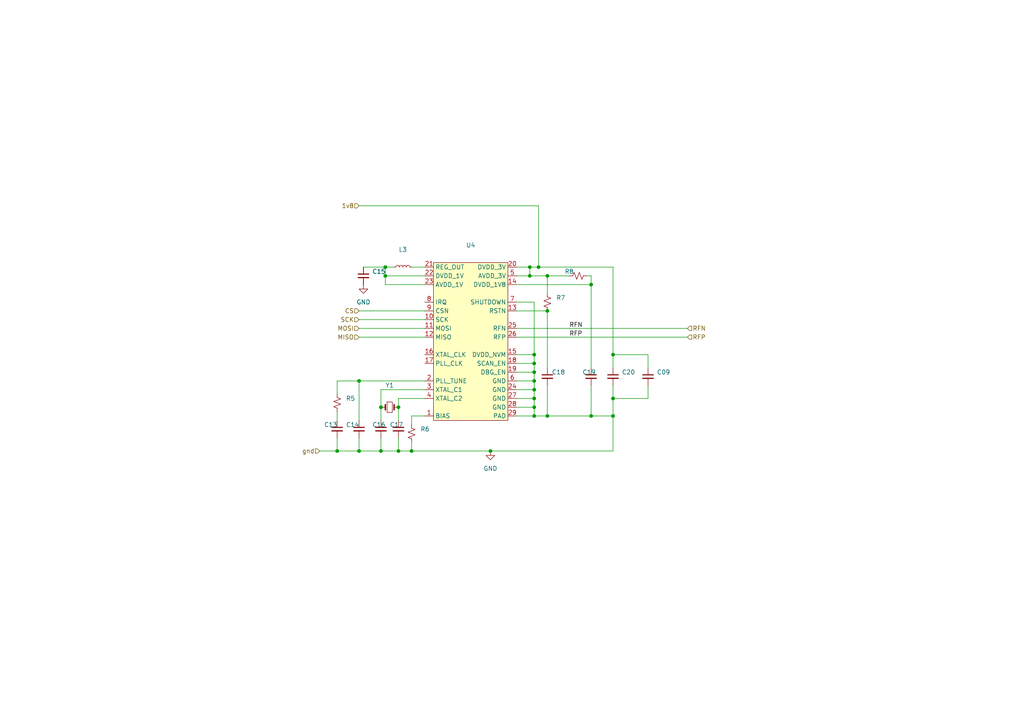
<source format=kicad_sch>
(kicad_sch (version 20211123) (generator eeschema)

  (uuid e7946b4b-d724-4f4f-9ffe-baea7140b82a)

  (paper "A4")

  (lib_symbols
    (symbol "0_kicad_custom_symbols:SR10x0" (in_bom yes) (on_board yes)
      (property "Reference" "U" (id 0) (at 0 25.4 0)
        (effects (font (size 1.27 1.27)))
      )
      (property "Value" "SR10x0" (id 1) (at 0 22.86 0)
        (effects (font (size 1.27 1.27)))
      )
      (property "Footprint" "" (id 2) (at 0 7.62 0)
        (effects (font (size 1.27 1.27)) hide)
      )
      (property "Datasheet" "" (id 3) (at 0 7.62 0)
        (effects (font (size 1.27 1.27)) hide)
      )
      (symbol "SR10x0_0_0"
        (pin unspecified line (at -12.7 -22.86 0) (length 2.54)
          (name "BIAS" (effects (font (size 1.27 1.27))))
          (number "1" (effects (font (size 1.27 1.27))))
        )
        (pin unspecified line (at -12.7 5.08 0) (length 2.54)
          (name "SCK" (effects (font (size 1.27 1.27))))
          (number "10" (effects (font (size 1.27 1.27))))
        )
        (pin unspecified line (at -12.7 2.54 0) (length 2.54)
          (name "MOSI" (effects (font (size 1.27 1.27))))
          (number "11" (effects (font (size 1.27 1.27))))
        )
        (pin unspecified line (at -12.7 0 0) (length 2.54)
          (name "MISO" (effects (font (size 1.27 1.27))))
          (number "12" (effects (font (size 1.27 1.27))))
        )
        (pin unspecified line (at 13.97 7.62 180) (length 2.54)
          (name "RSTN" (effects (font (size 1.27 1.27))))
          (number "13" (effects (font (size 1.27 1.27))))
        )
        (pin unspecified line (at 13.97 15.24 180) (length 2.54)
          (name "DVDD_1V8" (effects (font (size 1.27 1.27))))
          (number "14" (effects (font (size 1.27 1.27))))
        )
        (pin unspecified line (at 13.97 -5.08 180) (length 2.54)
          (name "DVDD_NVM" (effects (font (size 1.27 1.27))))
          (number "15" (effects (font (size 1.27 1.27))))
        )
        (pin unspecified line (at -12.7 -5.08 0) (length 2.54)
          (name "XTAL_CLK" (effects (font (size 1.27 1.27))))
          (number "16" (effects (font (size 1.27 1.27))))
        )
        (pin unspecified line (at -12.7 -7.62 0) (length 2.54)
          (name "PLL_CLK" (effects (font (size 1.27 1.27))))
          (number "17" (effects (font (size 1.27 1.27))))
        )
        (pin unspecified line (at 13.97 -7.62 180) (length 2.54)
          (name "SCAN_EN" (effects (font (size 1.27 1.27))))
          (number "18" (effects (font (size 1.27 1.27))))
        )
        (pin unspecified line (at 13.97 -10.16 180) (length 2.54)
          (name "DBG_EN" (effects (font (size 1.27 1.27))))
          (number "19" (effects (font (size 1.27 1.27))))
        )
        (pin unspecified line (at -12.7 -12.7 0) (length 2.54)
          (name "PLL_TUNE" (effects (font (size 1.27 1.27))))
          (number "2" (effects (font (size 1.27 1.27))))
        )
        (pin unspecified line (at 13.97 20.32 180) (length 2.54)
          (name "DVDD_3V" (effects (font (size 1.27 1.27))))
          (number "20" (effects (font (size 1.27 1.27))))
        )
        (pin unspecified line (at -12.7 20.32 0) (length 2.54)
          (name "REG_OUT" (effects (font (size 1.27 1.27))))
          (number "21" (effects (font (size 1.27 1.27))))
        )
        (pin unspecified line (at -12.7 17.78 0) (length 2.54)
          (name "DVDD_1V" (effects (font (size 1.27 1.27))))
          (number "22" (effects (font (size 1.27 1.27))))
        )
        (pin unspecified line (at -12.7 15.24 0) (length 2.54)
          (name "AVDD_1V" (effects (font (size 1.27 1.27))))
          (number "23" (effects (font (size 1.27 1.27))))
        )
        (pin unspecified line (at 13.97 -15.24 180) (length 2.54)
          (name "GND" (effects (font (size 1.27 1.27))))
          (number "24" (effects (font (size 1.27 1.27))))
        )
        (pin unspecified line (at 13.97 2.54 180) (length 2.54)
          (name "RFN" (effects (font (size 1.27 1.27))))
          (number "25" (effects (font (size 1.27 1.27))))
        )
        (pin unspecified line (at 13.97 0 180) (length 2.54)
          (name "RFP" (effects (font (size 1.27 1.27))))
          (number "26" (effects (font (size 1.27 1.27))))
        )
        (pin unspecified line (at 13.97 -17.78 180) (length 2.54)
          (name "GND" (effects (font (size 1.27 1.27))))
          (number "27" (effects (font (size 1.27 1.27))))
        )
        (pin unspecified line (at 13.97 -20.32 180) (length 2.54)
          (name "GND" (effects (font (size 1.27 1.27))))
          (number "28" (effects (font (size 1.27 1.27))))
        )
        (pin unspecified line (at 13.97 -22.86 180) (length 2.54)
          (name "PAD" (effects (font (size 1.27 1.27))))
          (number "29" (effects (font (size 1.27 1.27))))
        )
        (pin unspecified line (at -12.7 -15.24 0) (length 2.54)
          (name "XTAL_C1" (effects (font (size 1.27 1.27))))
          (number "3" (effects (font (size 1.27 1.27))))
        )
        (pin unspecified line (at -12.7 -17.78 0) (length 2.54)
          (name "XTAL_C2" (effects (font (size 1.27 1.27))))
          (number "4" (effects (font (size 1.27 1.27))))
        )
        (pin unspecified line (at 13.97 17.78 180) (length 2.54)
          (name "AVDD_3V" (effects (font (size 1.27 1.27))))
          (number "5" (effects (font (size 1.27 1.27))))
        )
        (pin unspecified line (at 13.97 -12.7 180) (length 2.54)
          (name "GND" (effects (font (size 1.27 1.27))))
          (number "6" (effects (font (size 1.27 1.27))))
        )
        (pin unspecified line (at 13.97 10.16 180) (length 2.54)
          (name "SHUTDOWN" (effects (font (size 1.27 1.27))))
          (number "7" (effects (font (size 1.27 1.27))))
        )
        (pin unspecified line (at -12.7 10.16 0) (length 2.54)
          (name "IRQ" (effects (font (size 1.27 1.27))))
          (number "8" (effects (font (size 1.27 1.27))))
        )
        (pin unspecified line (at -12.7 7.62 0) (length 2.54)
          (name "CSN" (effects (font (size 1.27 1.27))))
          (number "9" (effects (font (size 1.27 1.27))))
        )
      )
      (symbol "SR10x0_0_1"
        (rectangle (start -10.16 -24.13) (end 11.43 21.59)
          (stroke (width 0) (type default) (color 0 0 0 0))
          (fill (type background))
        )
      )
    )
    (symbol "Device:C_Small" (pin_numbers hide) (pin_names (offset 0.254) hide) (in_bom yes) (on_board yes)
      (property "Reference" "C" (id 0) (at 0.254 1.778 0)
        (effects (font (size 1.27 1.27)) (justify left))
      )
      (property "Value" "C_Small" (id 1) (at 0.254 -2.032 0)
        (effects (font (size 1.27 1.27)) (justify left))
      )
      (property "Footprint" "" (id 2) (at 0 0 0)
        (effects (font (size 1.27 1.27)) hide)
      )
      (property "Datasheet" "~" (id 3) (at 0 0 0)
        (effects (font (size 1.27 1.27)) hide)
      )
      (property "ki_keywords" "capacitor cap" (id 4) (at 0 0 0)
        (effects (font (size 1.27 1.27)) hide)
      )
      (property "ki_description" "Unpolarized capacitor, small symbol" (id 5) (at 0 0 0)
        (effects (font (size 1.27 1.27)) hide)
      )
      (property "ki_fp_filters" "C_*" (id 6) (at 0 0 0)
        (effects (font (size 1.27 1.27)) hide)
      )
      (symbol "C_Small_0_1"
        (polyline
          (pts
            (xy -1.524 -0.508)
            (xy 1.524 -0.508)
          )
          (stroke (width 0.3302) (type default) (color 0 0 0 0))
          (fill (type none))
        )
        (polyline
          (pts
            (xy -1.524 0.508)
            (xy 1.524 0.508)
          )
          (stroke (width 0.3048) (type default) (color 0 0 0 0))
          (fill (type none))
        )
      )
      (symbol "C_Small_1_1"
        (pin passive line (at 0 2.54 270) (length 2.032)
          (name "~" (effects (font (size 1.27 1.27))))
          (number "1" (effects (font (size 1.27 1.27))))
        )
        (pin passive line (at 0 -2.54 90) (length 2.032)
          (name "~" (effects (font (size 1.27 1.27))))
          (number "2" (effects (font (size 1.27 1.27))))
        )
      )
    )
    (symbol "Device:Crystal_Small" (pin_numbers hide) (pin_names (offset 1.016) hide) (in_bom yes) (on_board yes)
      (property "Reference" "Y" (id 0) (at 0 2.54 0)
        (effects (font (size 1.27 1.27)))
      )
      (property "Value" "Crystal_Small" (id 1) (at 0 -2.54 0)
        (effects (font (size 1.27 1.27)))
      )
      (property "Footprint" "" (id 2) (at 0 0 0)
        (effects (font (size 1.27 1.27)) hide)
      )
      (property "Datasheet" "~" (id 3) (at 0 0 0)
        (effects (font (size 1.27 1.27)) hide)
      )
      (property "ki_keywords" "quartz ceramic resonator oscillator" (id 4) (at 0 0 0)
        (effects (font (size 1.27 1.27)) hide)
      )
      (property "ki_description" "Two pin crystal, small symbol" (id 5) (at 0 0 0)
        (effects (font (size 1.27 1.27)) hide)
      )
      (property "ki_fp_filters" "Crystal*" (id 6) (at 0 0 0)
        (effects (font (size 1.27 1.27)) hide)
      )
      (symbol "Crystal_Small_0_1"
        (rectangle (start -0.762 -1.524) (end 0.762 1.524)
          (stroke (width 0) (type default) (color 0 0 0 0))
          (fill (type none))
        )
        (polyline
          (pts
            (xy -1.27 -0.762)
            (xy -1.27 0.762)
          )
          (stroke (width 0.381) (type default) (color 0 0 0 0))
          (fill (type none))
        )
        (polyline
          (pts
            (xy 1.27 -0.762)
            (xy 1.27 0.762)
          )
          (stroke (width 0.381) (type default) (color 0 0 0 0))
          (fill (type none))
        )
      )
      (symbol "Crystal_Small_1_1"
        (pin passive line (at -2.54 0 0) (length 1.27)
          (name "1" (effects (font (size 1.27 1.27))))
          (number "1" (effects (font (size 1.27 1.27))))
        )
        (pin passive line (at 2.54 0 180) (length 1.27)
          (name "2" (effects (font (size 1.27 1.27))))
          (number "2" (effects (font (size 1.27 1.27))))
        )
      )
    )
    (symbol "Device:L_Small" (pin_numbers hide) (pin_names (offset 0.254) hide) (in_bom yes) (on_board yes)
      (property "Reference" "L" (id 0) (at 0.762 1.016 0)
        (effects (font (size 1.27 1.27)) (justify left))
      )
      (property "Value" "L_Small" (id 1) (at 0.762 -1.016 0)
        (effects (font (size 1.27 1.27)) (justify left))
      )
      (property "Footprint" "" (id 2) (at 0 0 0)
        (effects (font (size 1.27 1.27)) hide)
      )
      (property "Datasheet" "~" (id 3) (at 0 0 0)
        (effects (font (size 1.27 1.27)) hide)
      )
      (property "ki_keywords" "inductor choke coil reactor magnetic" (id 4) (at 0 0 0)
        (effects (font (size 1.27 1.27)) hide)
      )
      (property "ki_description" "Inductor, small symbol" (id 5) (at 0 0 0)
        (effects (font (size 1.27 1.27)) hide)
      )
      (property "ki_fp_filters" "Choke_* *Coil* Inductor_* L_*" (id 6) (at 0 0 0)
        (effects (font (size 1.27 1.27)) hide)
      )
      (symbol "L_Small_0_1"
        (arc (start 0 -2.032) (mid 0.508 -1.524) (end 0 -1.016)
          (stroke (width 0) (type default) (color 0 0 0 0))
          (fill (type none))
        )
        (arc (start 0 -1.016) (mid 0.508 -0.508) (end 0 0)
          (stroke (width 0) (type default) (color 0 0 0 0))
          (fill (type none))
        )
        (arc (start 0 0) (mid 0.508 0.508) (end 0 1.016)
          (stroke (width 0) (type default) (color 0 0 0 0))
          (fill (type none))
        )
        (arc (start 0 1.016) (mid 0.508 1.524) (end 0 2.032)
          (stroke (width 0) (type default) (color 0 0 0 0))
          (fill (type none))
        )
      )
      (symbol "L_Small_1_1"
        (pin passive line (at 0 2.54 270) (length 0.508)
          (name "~" (effects (font (size 1.27 1.27))))
          (number "1" (effects (font (size 1.27 1.27))))
        )
        (pin passive line (at 0 -2.54 90) (length 0.508)
          (name "~" (effects (font (size 1.27 1.27))))
          (number "2" (effects (font (size 1.27 1.27))))
        )
      )
    )
    (symbol "Device:R_Small_US" (pin_numbers hide) (pin_names (offset 0.254) hide) (in_bom yes) (on_board yes)
      (property "Reference" "R" (id 0) (at 0.762 0.508 0)
        (effects (font (size 1.27 1.27)) (justify left))
      )
      (property "Value" "R_Small_US" (id 1) (at 0.762 -1.016 0)
        (effects (font (size 1.27 1.27)) (justify left))
      )
      (property "Footprint" "" (id 2) (at 0 0 0)
        (effects (font (size 1.27 1.27)) hide)
      )
      (property "Datasheet" "~" (id 3) (at 0 0 0)
        (effects (font (size 1.27 1.27)) hide)
      )
      (property "ki_keywords" "r resistor" (id 4) (at 0 0 0)
        (effects (font (size 1.27 1.27)) hide)
      )
      (property "ki_description" "Resistor, small US symbol" (id 5) (at 0 0 0)
        (effects (font (size 1.27 1.27)) hide)
      )
      (property "ki_fp_filters" "R_*" (id 6) (at 0 0 0)
        (effects (font (size 1.27 1.27)) hide)
      )
      (symbol "R_Small_US_1_1"
        (polyline
          (pts
            (xy 0 0)
            (xy 1.016 -0.381)
            (xy 0 -0.762)
            (xy -1.016 -1.143)
            (xy 0 -1.524)
          )
          (stroke (width 0) (type default) (color 0 0 0 0))
          (fill (type none))
        )
        (polyline
          (pts
            (xy 0 1.524)
            (xy 1.016 1.143)
            (xy 0 0.762)
            (xy -1.016 0.381)
            (xy 0 0)
          )
          (stroke (width 0) (type default) (color 0 0 0 0))
          (fill (type none))
        )
        (pin passive line (at 0 2.54 270) (length 1.016)
          (name "~" (effects (font (size 1.27 1.27))))
          (number "1" (effects (font (size 1.27 1.27))))
        )
        (pin passive line (at 0 -2.54 90) (length 1.016)
          (name "~" (effects (font (size 1.27 1.27))))
          (number "2" (effects (font (size 1.27 1.27))))
        )
      )
    )
    (symbol "power:GND" (power) (pin_names (offset 0)) (in_bom yes) (on_board yes)
      (property "Reference" "#PWR" (id 0) (at 0 -6.35 0)
        (effects (font (size 1.27 1.27)) hide)
      )
      (property "Value" "GND" (id 1) (at 0 -3.81 0)
        (effects (font (size 1.27 1.27)))
      )
      (property "Footprint" "" (id 2) (at 0 0 0)
        (effects (font (size 1.27 1.27)) hide)
      )
      (property "Datasheet" "" (id 3) (at 0 0 0)
        (effects (font (size 1.27 1.27)) hide)
      )
      (property "ki_keywords" "power-flag" (id 4) (at 0 0 0)
        (effects (font (size 1.27 1.27)) hide)
      )
      (property "ki_description" "Power symbol creates a global label with name \"GND\" , ground" (id 5) (at 0 0 0)
        (effects (font (size 1.27 1.27)) hide)
      )
      (symbol "GND_0_1"
        (polyline
          (pts
            (xy 0 0)
            (xy 0 -1.27)
            (xy 1.27 -1.27)
            (xy 0 -2.54)
            (xy -1.27 -1.27)
            (xy 0 -1.27)
          )
          (stroke (width 0) (type default) (color 0 0 0 0))
          (fill (type none))
        )
      )
      (symbol "GND_1_1"
        (pin power_in line (at 0 0 270) (length 0) hide
          (name "GND" (effects (font (size 1.27 1.27))))
          (number "1" (effects (font (size 1.27 1.27))))
        )
      )
    )
  )

  (junction (at 142.24 130.81) (diameter 0) (color 0 0 0 0)
    (uuid 0151bf30-1148-42cb-a685-6ed8c7c18eef)
  )
  (junction (at 177.8 120.65) (diameter 0) (color 0 0 0 0)
    (uuid 03b4c98f-f707-4f91-8ebb-28ee1990da44)
  )
  (junction (at 97.79 130.81) (diameter 0) (color 0 0 0 0)
    (uuid 076ec102-1264-42f9-b892-abc9c2acc57a)
  )
  (junction (at 153.67 77.47) (diameter 0) (color 0 0 0 0)
    (uuid 0f254a28-cd43-46c2-bb88-57fead51249a)
  )
  (junction (at 154.94 107.95) (diameter 0) (color 0 0 0 0)
    (uuid 0ff9b227-0bcb-4bda-9065-85195e7aec51)
  )
  (junction (at 111.76 80.01) (diameter 0) (color 0 0 0 0)
    (uuid 12da2731-4840-4556-a958-899e3d0e1d29)
  )
  (junction (at 115.57 130.81) (diameter 0) (color 0 0 0 0)
    (uuid 1b7cd628-6a23-4750-9d37-9cfc125333ae)
  )
  (junction (at 154.94 115.57) (diameter 0) (color 0 0 0 0)
    (uuid 21f367dd-3ad1-4874-9a8c-06bec15cd162)
  )
  (junction (at 153.67 80.01) (diameter 0) (color 0 0 0 0)
    (uuid 24b65d01-c9a5-4c81-a0c0-420a87798652)
  )
  (junction (at 177.8 115.57) (diameter 0) (color 0 0 0 0)
    (uuid 3acf2f9c-81b7-4243-9f43-0bc77aff1575)
  )
  (junction (at 177.8 102.87) (diameter 0) (color 0 0 0 0)
    (uuid 3b3bf923-1c58-4ab1-8237-4a06385ae286)
  )
  (junction (at 111.76 77.47) (diameter 0) (color 0 0 0 0)
    (uuid 4b1401a7-a888-4efa-9ab1-169788a4344c)
  )
  (junction (at 154.94 120.65) (diameter 0) (color 0 0 0 0)
    (uuid 53ffe0a9-2097-4e7d-a769-6bcc949bc75a)
  )
  (junction (at 110.49 118.11) (diameter 0) (color 0 0 0 0)
    (uuid 77e5169f-0ea3-4de8-adfb-6176e496a736)
  )
  (junction (at 158.75 120.65) (diameter 0) (color 0 0 0 0)
    (uuid 8143b7f5-936d-433c-a2d0-41bde8b42601)
  )
  (junction (at 104.14 110.49) (diameter 0) (color 0 0 0 0)
    (uuid 8a250c79-2911-4df5-8df4-0fccf38813a1)
  )
  (junction (at 154.94 105.41) (diameter 0) (color 0 0 0 0)
    (uuid 8ac69a1a-a871-4950-9b25-abfb8319af1a)
  )
  (junction (at 156.21 77.47) (diameter 0) (color 0 0 0 0)
    (uuid 928d7cfe-9920-4cfb-ac23-984180b54bde)
  )
  (junction (at 154.94 118.11) (diameter 0) (color 0 0 0 0)
    (uuid 94be8abc-09f0-45be-8d7b-a1c96b414f9a)
  )
  (junction (at 104.14 130.81) (diameter 0) (color 0 0 0 0)
    (uuid 9de57010-2301-4135-bfe5-758ae0dd931e)
  )
  (junction (at 171.45 120.65) (diameter 0) (color 0 0 0 0)
    (uuid 9fc8db6b-9197-4af4-8038-3cf5d1675576)
  )
  (junction (at 171.45 82.55) (diameter 0) (color 0 0 0 0)
    (uuid a2f39c5a-96f1-46fd-9310-ca8f6ecd3d0b)
  )
  (junction (at 119.38 130.81) (diameter 0) (color 0 0 0 0)
    (uuid aba79e4e-c43e-4138-ac15-ab95c2a04479)
  )
  (junction (at 154.94 113.03) (diameter 0) (color 0 0 0 0)
    (uuid b95683a8-81d2-4480-bba0-af0d442afd65)
  )
  (junction (at 158.75 90.17) (diameter 0) (color 0 0 0 0)
    (uuid bef3e79c-2d7f-4113-b2d4-1830adb75967)
  )
  (junction (at 158.75 80.01) (diameter 0) (color 0 0 0 0)
    (uuid c02f07d6-c465-4869-b870-6e4291fb3c7f)
  )
  (junction (at 154.94 110.49) (diameter 0) (color 0 0 0 0)
    (uuid c7fcc16b-9931-4f99-ba43-89ccb2e04372)
  )
  (junction (at 115.57 118.11) (diameter 0) (color 0 0 0 0)
    (uuid c894df66-1fe0-412c-98d9-29965ea89b30)
  )
  (junction (at 110.49 130.81) (diameter 0) (color 0 0 0 0)
    (uuid ed921c6f-8d9e-46f5-a9c5-0c7acb2ad24a)
  )
  (junction (at 154.94 102.87) (diameter 0) (color 0 0 0 0)
    (uuid ee1efdd4-81e2-4b00-93d9-5ddb8a358136)
  )

  (wire (pts (xy 149.86 90.17) (xy 158.75 90.17))
    (stroke (width 0) (type default) (color 0 0 0 0))
    (uuid 003531f5-59f4-489d-84da-956d52607190)
  )
  (wire (pts (xy 187.96 115.57) (xy 177.8 115.57))
    (stroke (width 0) (type default) (color 0 0 0 0))
    (uuid 01eb6a78-3183-4d47-85d1-743bf37836ca)
  )
  (wire (pts (xy 158.75 120.65) (xy 171.45 120.65))
    (stroke (width 0) (type default) (color 0 0 0 0))
    (uuid 05f601fb-1aff-4245-9ca3-1748eaf293f9)
  )
  (wire (pts (xy 154.94 120.65) (xy 154.94 118.11))
    (stroke (width 0) (type default) (color 0 0 0 0))
    (uuid 07c6fef5-aad9-4e6c-baf8-2235d8b33886)
  )
  (wire (pts (xy 119.38 123.19) (xy 119.38 120.65))
    (stroke (width 0) (type default) (color 0 0 0 0))
    (uuid 08204f30-043f-4883-bfcd-bf8672112580)
  )
  (wire (pts (xy 104.14 97.79) (xy 123.19 97.79))
    (stroke (width 0) (type default) (color 0 0 0 0))
    (uuid 0a542213-7863-4f13-8cbf-e8a57115d7c5)
  )
  (wire (pts (xy 149.86 115.57) (xy 154.94 115.57))
    (stroke (width 0) (type default) (color 0 0 0 0))
    (uuid 0b57d041-1042-4975-8f5f-fe935a8663fe)
  )
  (wire (pts (xy 171.45 82.55) (xy 171.45 80.01))
    (stroke (width 0) (type default) (color 0 0 0 0))
    (uuid 0c31a194-5cca-48c4-9d17-bfaeeee60c54)
  )
  (wire (pts (xy 187.96 102.87) (xy 177.8 102.87))
    (stroke (width 0) (type default) (color 0 0 0 0))
    (uuid 14402f3f-06d1-47d0-b1da-f8076ee0086c)
  )
  (wire (pts (xy 97.79 110.49) (xy 104.14 110.49))
    (stroke (width 0) (type default) (color 0 0 0 0))
    (uuid 149fe5e3-c5de-4b00-a4da-9988610fa252)
  )
  (wire (pts (xy 156.21 77.47) (xy 156.21 59.69))
    (stroke (width 0) (type default) (color 0 0 0 0))
    (uuid 15cd9d22-38b9-4f3d-a562-d0644861f6f6)
  )
  (wire (pts (xy 177.8 120.65) (xy 171.45 120.65))
    (stroke (width 0) (type default) (color 0 0 0 0))
    (uuid 230e1b32-abd0-42c2-8e2c-4c1ce7b4423f)
  )
  (wire (pts (xy 115.57 118.11) (xy 115.57 121.92))
    (stroke (width 0) (type default) (color 0 0 0 0))
    (uuid 24e0adb2-6d54-47b6-bee3-01d2d039e6dc)
  )
  (wire (pts (xy 110.49 113.03) (xy 123.19 113.03))
    (stroke (width 0) (type default) (color 0 0 0 0))
    (uuid 27eec292-db7f-4d26-82a8-8d97acc6ba2b)
  )
  (wire (pts (xy 104.14 130.81) (xy 110.49 130.81))
    (stroke (width 0) (type default) (color 0 0 0 0))
    (uuid 2e240f88-7232-4f87-8615-294a7f7734ae)
  )
  (wire (pts (xy 154.94 120.65) (xy 158.75 120.65))
    (stroke (width 0) (type default) (color 0 0 0 0))
    (uuid 3262ce87-8029-4a56-a29a-8089ae6e5a59)
  )
  (wire (pts (xy 119.38 77.47) (xy 123.19 77.47))
    (stroke (width 0) (type default) (color 0 0 0 0))
    (uuid 33b0217c-b4ff-4de1-9261-e34b6ff8a0d3)
  )
  (wire (pts (xy 170.18 80.01) (xy 171.45 80.01))
    (stroke (width 0) (type default) (color 0 0 0 0))
    (uuid 353ab95e-9d39-4510-8c8d-939b71fd1536)
  )
  (wire (pts (xy 142.24 130.81) (xy 119.38 130.81))
    (stroke (width 0) (type default) (color 0 0 0 0))
    (uuid 38816841-5d62-49e6-8088-69d175a2af8e)
  )
  (wire (pts (xy 154.94 107.95) (xy 154.94 110.49))
    (stroke (width 0) (type default) (color 0 0 0 0))
    (uuid 39ac3426-5046-49d6-a48c-f54b57a87631)
  )
  (wire (pts (xy 149.86 120.65) (xy 154.94 120.65))
    (stroke (width 0) (type default) (color 0 0 0 0))
    (uuid 3c36da5c-133a-4ed4-8757-815d1812ec18)
  )
  (wire (pts (xy 153.67 80.01) (xy 158.75 80.01))
    (stroke (width 0) (type default) (color 0 0 0 0))
    (uuid 43fb9cc2-c8c4-4930-a626-6bb50c7b4e96)
  )
  (wire (pts (xy 111.76 77.47) (xy 114.3 77.47))
    (stroke (width 0) (type default) (color 0 0 0 0))
    (uuid 4c670306-2a51-4778-bfe1-475c2b5cf28f)
  )
  (wire (pts (xy 149.86 102.87) (xy 154.94 102.87))
    (stroke (width 0) (type default) (color 0 0 0 0))
    (uuid 53c8f187-c4b3-4c43-9643-47f630bf39d5)
  )
  (wire (pts (xy 104.14 59.69) (xy 156.21 59.69))
    (stroke (width 0) (type default) (color 0 0 0 0))
    (uuid 54b7f6f2-e1b4-48a1-87bb-b2ee46dccf2e)
  )
  (wire (pts (xy 149.86 87.63) (xy 154.94 87.63))
    (stroke (width 0) (type default) (color 0 0 0 0))
    (uuid 56cf07a2-050c-47fe-a283-cacd5436e682)
  )
  (wire (pts (xy 149.86 113.03) (xy 154.94 113.03))
    (stroke (width 0) (type default) (color 0 0 0 0))
    (uuid 5a7ea48c-73a4-447c-a454-fe05b3a17726)
  )
  (wire (pts (xy 156.21 77.47) (xy 177.8 77.47))
    (stroke (width 0) (type default) (color 0 0 0 0))
    (uuid 5bbb8cc0-3d42-4dc5-9ff0-d2817a5b9a4d)
  )
  (wire (pts (xy 111.76 82.55) (xy 123.19 82.55))
    (stroke (width 0) (type default) (color 0 0 0 0))
    (uuid 5ed4184e-6fcb-472f-bfbd-58bd0407a79a)
  )
  (wire (pts (xy 104.14 110.49) (xy 104.14 121.92))
    (stroke (width 0) (type default) (color 0 0 0 0))
    (uuid 5f288793-c60e-49a2-b9e2-28022d85963a)
  )
  (wire (pts (xy 154.94 118.11) (xy 154.94 115.57))
    (stroke (width 0) (type default) (color 0 0 0 0))
    (uuid 6061f0a0-0f05-49c7-ad53-a20ab4695e8b)
  )
  (wire (pts (xy 153.67 77.47) (xy 149.86 77.47))
    (stroke (width 0) (type default) (color 0 0 0 0))
    (uuid 6aa2b36c-c06c-4e6e-910b-f1d002c87bc0)
  )
  (wire (pts (xy 115.57 118.11) (xy 115.57 115.57))
    (stroke (width 0) (type default) (color 0 0 0 0))
    (uuid 6dacda71-4bb3-4536-8dca-d85264482a57)
  )
  (wire (pts (xy 97.79 119.38) (xy 97.79 121.92))
    (stroke (width 0) (type default) (color 0 0 0 0))
    (uuid 6e0a09bd-4465-4bb4-adf0-d2b77978e48f)
  )
  (wire (pts (xy 149.86 80.01) (xy 153.67 80.01))
    (stroke (width 0) (type default) (color 0 0 0 0))
    (uuid 73294eab-c39a-49d7-bd83-c38d355a3d16)
  )
  (wire (pts (xy 104.14 110.49) (xy 123.19 110.49))
    (stroke (width 0) (type default) (color 0 0 0 0))
    (uuid 7410eb21-a17d-4c3a-9d1c-66ca6c4e4f8a)
  )
  (wire (pts (xy 111.76 80.01) (xy 111.76 77.47))
    (stroke (width 0) (type default) (color 0 0 0 0))
    (uuid 77c2ac57-10e2-4b38-84f1-379b65329272)
  )
  (wire (pts (xy 177.8 111.76) (xy 177.8 115.57))
    (stroke (width 0) (type default) (color 0 0 0 0))
    (uuid 787c29f9-1dc1-47a0-a5ec-b9b4be77acc7)
  )
  (wire (pts (xy 177.8 130.81) (xy 142.24 130.81))
    (stroke (width 0) (type default) (color 0 0 0 0))
    (uuid 79abc05e-0a2b-49a4-899c-a83d5933629a)
  )
  (wire (pts (xy 97.79 130.81) (xy 104.14 130.81))
    (stroke (width 0) (type default) (color 0 0 0 0))
    (uuid 7c791bfb-13c9-4582-ae38-3c130e76d0d3)
  )
  (wire (pts (xy 119.38 130.81) (xy 119.38 128.27))
    (stroke (width 0) (type default) (color 0 0 0 0))
    (uuid 7dea40ad-275e-4356-bed4-ccf3ba29d326)
  )
  (wire (pts (xy 158.75 90.17) (xy 158.75 106.68))
    (stroke (width 0) (type default) (color 0 0 0 0))
    (uuid 7ed24067-a2b8-4196-8aec-58c040b703f6)
  )
  (wire (pts (xy 154.94 102.87) (xy 154.94 105.41))
    (stroke (width 0) (type default) (color 0 0 0 0))
    (uuid 83857c3d-2cbd-4c8e-8c7c-98e34fd467ad)
  )
  (wire (pts (xy 177.8 120.65) (xy 177.8 130.81))
    (stroke (width 0) (type default) (color 0 0 0 0))
    (uuid 85cfeb1a-bf37-4808-a748-9565fc1c7347)
  )
  (wire (pts (xy 149.86 105.41) (xy 154.94 105.41))
    (stroke (width 0) (type default) (color 0 0 0 0))
    (uuid 92c8f4ba-57a0-4b44-a303-4d654bc72976)
  )
  (wire (pts (xy 177.8 106.68) (xy 177.8 102.87))
    (stroke (width 0) (type default) (color 0 0 0 0))
    (uuid 94088670-ad40-43cc-ae57-791e8cbd3452)
  )
  (wire (pts (xy 154.94 113.03) (xy 154.94 110.49))
    (stroke (width 0) (type default) (color 0 0 0 0))
    (uuid 94089b98-2d82-406f-8a80-337361221ce4)
  )
  (wire (pts (xy 104.14 92.71) (xy 123.19 92.71))
    (stroke (width 0) (type default) (color 0 0 0 0))
    (uuid 9542e327-eba8-46f7-aed4-55ee1c3fc056)
  )
  (wire (pts (xy 104.14 90.17) (xy 123.19 90.17))
    (stroke (width 0) (type default) (color 0 0 0 0))
    (uuid 97d54b80-940f-44e5-bdc3-3b6cea0fb1f2)
  )
  (wire (pts (xy 171.45 111.76) (xy 171.45 120.65))
    (stroke (width 0) (type default) (color 0 0 0 0))
    (uuid 9a71fac4-4866-4df6-a57c-bd454b0d4339)
  )
  (wire (pts (xy 153.67 77.47) (xy 156.21 77.47))
    (stroke (width 0) (type default) (color 0 0 0 0))
    (uuid 9ae60c5c-92f3-4f70-834d-25d808b76bb6)
  )
  (wire (pts (xy 177.8 102.87) (xy 177.8 77.47))
    (stroke (width 0) (type default) (color 0 0 0 0))
    (uuid 9d904c16-32e3-4e28-bfe0-74958b684e4c)
  )
  (wire (pts (xy 154.94 105.41) (xy 154.94 107.95))
    (stroke (width 0) (type default) (color 0 0 0 0))
    (uuid 9e4b97eb-4976-4e38-b382-13dce10abf22)
  )
  (wire (pts (xy 149.86 97.79) (xy 199.39 97.79))
    (stroke (width 0) (type default) (color 0 0 0 0))
    (uuid 9f74de08-0da9-4700-95a7-5b9d68cb022a)
  )
  (wire (pts (xy 153.67 80.01) (xy 153.67 77.47))
    (stroke (width 0) (type default) (color 0 0 0 0))
    (uuid a0b5c368-7584-4b36-a252-2bd9a327c91c)
  )
  (wire (pts (xy 149.86 107.95) (xy 154.94 107.95))
    (stroke (width 0) (type default) (color 0 0 0 0))
    (uuid a37c735a-2152-4ac4-a272-81f2e0f038f5)
  )
  (wire (pts (xy 104.14 127) (xy 104.14 130.81))
    (stroke (width 0) (type default) (color 0 0 0 0))
    (uuid a580d05d-14a5-4336-9fca-b548086d8f4b)
  )
  (wire (pts (xy 154.94 110.49) (xy 149.86 110.49))
    (stroke (width 0) (type default) (color 0 0 0 0))
    (uuid a788b7fc-7ef8-478c-b36c-a2a6b077e821)
  )
  (wire (pts (xy 154.94 115.57) (xy 154.94 113.03))
    (stroke (width 0) (type default) (color 0 0 0 0))
    (uuid b042a06f-b474-47fc-a765-45ecb82c1f65)
  )
  (wire (pts (xy 110.49 127) (xy 110.49 130.81))
    (stroke (width 0) (type default) (color 0 0 0 0))
    (uuid b076bfca-9ea3-4259-9da1-efe42ed5037f)
  )
  (wire (pts (xy 92.71 130.81) (xy 97.79 130.81))
    (stroke (width 0) (type default) (color 0 0 0 0))
    (uuid b11424e4-e31d-44b3-b6cf-30c417df2ea5)
  )
  (wire (pts (xy 158.75 80.01) (xy 158.75 85.09))
    (stroke (width 0) (type default) (color 0 0 0 0))
    (uuid b42e1c8c-9923-4646-80d5-8d1b090d4d24)
  )
  (wire (pts (xy 104.14 95.25) (xy 123.19 95.25))
    (stroke (width 0) (type default) (color 0 0 0 0))
    (uuid bdc076ad-284d-4a5c-a0f7-e0a1296625c2)
  )
  (wire (pts (xy 119.38 120.65) (xy 123.19 120.65))
    (stroke (width 0) (type default) (color 0 0 0 0))
    (uuid c070f01a-a44a-4bbe-9d93-4d212e5ac004)
  )
  (wire (pts (xy 187.96 111.76) (xy 187.96 115.57))
    (stroke (width 0) (type default) (color 0 0 0 0))
    (uuid c9151a6b-8830-44e7-a755-4b29d1ae7d34)
  )
  (wire (pts (xy 149.86 82.55) (xy 171.45 82.55))
    (stroke (width 0) (type default) (color 0 0 0 0))
    (uuid c98df6e3-449c-4e15-ae92-cd773bbd7104)
  )
  (wire (pts (xy 111.76 80.01) (xy 111.76 82.55))
    (stroke (width 0) (type default) (color 0 0 0 0))
    (uuid ced8cea5-cc58-429e-b4a4-11da3f300118)
  )
  (wire (pts (xy 115.57 130.81) (xy 119.38 130.81))
    (stroke (width 0) (type default) (color 0 0 0 0))
    (uuid cfa3111f-0202-4412-a89e-1e37cf87f17b)
  )
  (wire (pts (xy 123.19 80.01) (xy 111.76 80.01))
    (stroke (width 0) (type default) (color 0 0 0 0))
    (uuid d43728df-b095-48b0-a30e-11027ec27355)
  )
  (wire (pts (xy 97.79 114.3) (xy 97.79 110.49))
    (stroke (width 0) (type default) (color 0 0 0 0))
    (uuid d7cd0b7c-0af1-4621-8144-6cdceda5a7d8)
  )
  (wire (pts (xy 110.49 130.81) (xy 115.57 130.81))
    (stroke (width 0) (type default) (color 0 0 0 0))
    (uuid db42ed81-ee0b-4c07-be19-9c851ee43f61)
  )
  (wire (pts (xy 97.79 127) (xy 97.79 130.81))
    (stroke (width 0) (type default) (color 0 0 0 0))
    (uuid e0589db7-dc55-4fd2-81e9-c1e4cd9f4f84)
  )
  (wire (pts (xy 158.75 111.76) (xy 158.75 120.65))
    (stroke (width 0) (type default) (color 0 0 0 0))
    (uuid e3b2b9c5-55bb-4a3c-b09f-8d4b4d3230fb)
  )
  (wire (pts (xy 115.57 127) (xy 115.57 130.81))
    (stroke (width 0) (type default) (color 0 0 0 0))
    (uuid eb1e94fb-46bf-4309-9aa6-b58f72743675)
  )
  (wire (pts (xy 149.86 95.25) (xy 199.39 95.25))
    (stroke (width 0) (type default) (color 0 0 0 0))
    (uuid ec1c0913-2516-4af1-9973-d90f62879535)
  )
  (wire (pts (xy 149.86 118.11) (xy 154.94 118.11))
    (stroke (width 0) (type default) (color 0 0 0 0))
    (uuid edabf3db-f18a-4100-b4f9-299575a8cc60)
  )
  (wire (pts (xy 154.94 87.63) (xy 154.94 102.87))
    (stroke (width 0) (type default) (color 0 0 0 0))
    (uuid ee49344d-ea18-46fd-9a12-f5cc3bd87b3e)
  )
  (wire (pts (xy 110.49 121.92) (xy 110.49 118.11))
    (stroke (width 0) (type default) (color 0 0 0 0))
    (uuid ef9ab9de-65de-453b-92d1-8911d65e0733)
  )
  (wire (pts (xy 115.57 115.57) (xy 123.19 115.57))
    (stroke (width 0) (type default) (color 0 0 0 0))
    (uuid f1c90a01-d865-4407-8359-f50e1ba5b802)
  )
  (wire (pts (xy 171.45 82.55) (xy 171.45 106.68))
    (stroke (width 0) (type default) (color 0 0 0 0))
    (uuid f50f6d48-e347-424d-ac66-cc75cddda72f)
  )
  (wire (pts (xy 158.75 80.01) (xy 165.1 80.01))
    (stroke (width 0) (type default) (color 0 0 0 0))
    (uuid f56a09e7-0c3e-4a7b-9e22-02196bcb3e68)
  )
  (wire (pts (xy 177.8 115.57) (xy 177.8 120.65))
    (stroke (width 0) (type default) (color 0 0 0 0))
    (uuid fbb55bc3-67c2-4967-ba9d-87a4d7a4cc82)
  )
  (wire (pts (xy 105.41 77.47) (xy 111.76 77.47))
    (stroke (width 0) (type default) (color 0 0 0 0))
    (uuid fcd839b8-4e38-4a62-9735-18b2332e1e1b)
  )
  (wire (pts (xy 187.96 106.68) (xy 187.96 102.87))
    (stroke (width 0) (type default) (color 0 0 0 0))
    (uuid fd001514-e905-4103-ac5f-b732586d5c4b)
  )
  (wire (pts (xy 110.49 118.11) (xy 110.49 113.03))
    (stroke (width 0) (type default) (color 0 0 0 0))
    (uuid fe9155f7-7886-4354-aff3-85fd3939a5be)
  )

  (label "RFN" (at 165.1 95.25 0)
    (effects (font (size 1.27 1.27)) (justify left bottom))
    (uuid a68e03da-b674-4fa3-abbd-bf5edfd58541)
  )
  (label "RFP" (at 165.1 97.79 0)
    (effects (font (size 1.27 1.27)) (justify left bottom))
    (uuid c91af2de-c914-4fd3-97c2-839e6e911ed7)
  )

  (hierarchical_label "RFP" (shape input) (at 199.39 97.79 0)
    (effects (font (size 1.27 1.27)) (justify left))
    (uuid 14edbfed-95ec-4392-8ec6-5f701005f269)
  )
  (hierarchical_label "MOSI" (shape input) (at 104.14 95.25 180)
    (effects (font (size 1.27 1.27)) (justify right))
    (uuid 2bd10789-7467-46b1-87b8-b8e937105913)
  )
  (hierarchical_label "1v8" (shape input) (at 104.14 59.69 180)
    (effects (font (size 1.27 1.27)) (justify right))
    (uuid 635460c7-29cb-4e3e-a116-d103c01d1a83)
  )
  (hierarchical_label "SCK" (shape input) (at 104.14 92.71 180)
    (effects (font (size 1.27 1.27)) (justify right))
    (uuid 641cd7c7-6aff-4c5a-a4ea-2d66cb4939ca)
  )
  (hierarchical_label "MISO" (shape input) (at 104.14 97.79 180)
    (effects (font (size 1.27 1.27)) (justify right))
    (uuid 8194092d-63da-4e49-be42-a349938031b2)
  )
  (hierarchical_label "gnd" (shape input) (at 92.71 130.81 180)
    (effects (font (size 1.27 1.27)) (justify right))
    (uuid 89623a12-2002-424d-90c5-b0f99624d7de)
  )
  (hierarchical_label "CS" (shape input) (at 104.14 90.17 180)
    (effects (font (size 1.27 1.27)) (justify right))
    (uuid 8a1c9936-e4ff-4ba7-b064-e04b2cf114fc)
  )
  (hierarchical_label "RFN" (shape input) (at 199.39 95.25 0)
    (effects (font (size 1.27 1.27)) (justify left))
    (uuid a3866ac9-d6f1-402e-b6e8-fbcbfe4a11eb)
  )

  (symbol (lib_id "Device:C_Small") (at 177.8 109.22 0) (unit 1)
    (in_bom yes) (on_board yes) (fields_autoplaced)
    (uuid 03a1448a-da5b-41e1-adc9-bb24d5cc6f7c)
    (property "Reference" "C20" (id 0) (at 180.34 107.9562 0)
      (effects (font (size 1.27 1.27)) (justify left))
    )
    (property "Value" "" (id 1) (at 180.34 110.4962 0)
      (effects (font (size 1.27 1.27)) (justify left))
    )
    (property "Footprint" "" (id 2) (at 177.8 109.22 0)
      (effects (font (size 1.27 1.27)) hide)
    )
    (property "Datasheet" "~" (id 3) (at 177.8 109.22 0)
      (effects (font (size 1.27 1.27)) hide)
    )
    (pin "1" (uuid 3c27153b-f09c-4ac0-99a7-e9d70edc9e0c))
    (pin "2" (uuid 1e91c51c-5a5c-4a10-b9fe-bdc036b6ceb2))
  )

  (symbol (lib_id "Device:R_Small_US") (at 97.79 116.84 180) (unit 1)
    (in_bom yes) (on_board yes)
    (uuid 1400fbd3-386c-4fd5-820f-d860fee974d8)
    (property "Reference" "R5" (id 0) (at 100.33 115.57 0)
      (effects (font (size 1.27 1.27)) (justify right))
    )
    (property "Value" "" (id 1) (at 100.33 118.1099 0)
      (effects (font (size 1.27 1.27)) (justify right))
    )
    (property "Footprint" "" (id 2) (at 97.79 116.84 0)
      (effects (font (size 1.27 1.27)) hide)
    )
    (property "Datasheet" "~" (id 3) (at 97.79 116.84 0)
      (effects (font (size 1.27 1.27)) hide)
    )
    (pin "1" (uuid 4b0c929c-a3b3-42b7-ae43-e70254c10fde))
    (pin "2" (uuid 617edc4b-bc47-43be-b281-95c12292b49c))
  )

  (symbol (lib_id "0_kicad_custom_symbols:SR10x0") (at 135.89 97.79 0) (unit 1)
    (in_bom yes) (on_board yes) (fields_autoplaced)
    (uuid 17d46a6f-3cf5-4782-ad4f-f4c3f133c275)
    (property "Reference" "U4" (id 0) (at 136.525 71.12 0))
    (property "Value" "" (id 1) (at 136.525 73.66 0))
    (property "Footprint" "" (id 2) (at 135.89 90.17 0)
      (effects (font (size 1.27 1.27)) hide)
    )
    (property "Datasheet" "" (id 3) (at 135.89 90.17 0)
      (effects (font (size 1.27 1.27)) hide)
    )
    (pin "1" (uuid f0cf88e3-355d-4203-82f9-6f754b2c5c03))
    (pin "10" (uuid adfa4838-685a-4725-99ae-0e0e13b5f1a6))
    (pin "11" (uuid 35a3dfb5-7522-490f-8a5e-8b22023e36c8))
    (pin "12" (uuid 8ff7a6a4-cf21-4de6-b871-6bb65062a5be))
    (pin "13" (uuid bacc5907-fb5c-40ae-bb17-a55fdac4e308))
    (pin "14" (uuid 526d3e2b-294d-4177-babc-531f05082502))
    (pin "15" (uuid 99921108-fc3a-4c6c-9ed4-96ac31935220))
    (pin "16" (uuid 5e48ba79-87c2-4582-b351-f9a0b064c414))
    (pin "17" (uuid a35b90ef-cb3c-43f8-a0c1-8021d78e1016))
    (pin "18" (uuid 1858edc6-fb7b-4262-a293-ea5a3fb081f4))
    (pin "19" (uuid 3964cb38-9abc-446f-b3da-9a156f6abf11))
    (pin "2" (uuid d7cd209b-1818-4fa3-90c1-284fbcf41f99))
    (pin "20" (uuid 78dc7f3b-4390-4b54-8380-7d27edb3fd27))
    (pin "21" (uuid c435873f-949c-46d3-a664-dbc9f839a6d0))
    (pin "22" (uuid e721fdcb-93c2-4483-803e-01f533a021e1))
    (pin "23" (uuid d5fb20a2-aae6-4baf-a91b-23852a25d6b2))
    (pin "24" (uuid bf20ff96-e8a0-4e98-af1d-f57b4c35cae3))
    (pin "25" (uuid 7896c8e4-1d66-46c8-bb01-32d29a88b7cd))
    (pin "26" (uuid 39e5997a-987a-4ee7-a817-249890977648))
    (pin "27" (uuid 0e8685e6-bf29-4bba-9b64-d3d3b3db4eec))
    (pin "28" (uuid 054827b7-1ad8-4ac9-a7e7-0591af8161ab))
    (pin "29" (uuid 6240c00a-c8d7-4dd6-a50e-5bc643b9e0b2))
    (pin "3" (uuid 9e8bc824-58d8-4839-a7ca-086eff37a0e9))
    (pin "4" (uuid 2f8620b7-9433-4e25-a40c-c81477a41799))
    (pin "5" (uuid 1b67974e-6093-4417-b158-f7425a20560e))
    (pin "6" (uuid 301ebc9a-f533-446d-a252-7a9107951acd))
    (pin "7" (uuid 8abb9c4e-765e-4916-a42a-3667985d5fa6))
    (pin "8" (uuid 3cb129c1-6b7e-4278-aa36-f432f7353026))
    (pin "9" (uuid bb47a4e3-c776-4503-bc91-85dc178b6b2c))
  )

  (symbol (lib_id "Device:C_Small") (at 158.75 109.22 0) (unit 1)
    (in_bom yes) (on_board yes)
    (uuid 240354cc-63da-42da-a0bd-b1e39c7ef835)
    (property "Reference" "C18" (id 0) (at 160.02 107.95 0)
      (effects (font (size 1.27 1.27)) (justify left))
    )
    (property "Value" "" (id 1) (at 158.75 111.76 0)
      (effects (font (size 1.27 1.27)) (justify left))
    )
    (property "Footprint" "" (id 2) (at 158.75 109.22 0)
      (effects (font (size 1.27 1.27)) hide)
    )
    (property "Datasheet" "~" (id 3) (at 158.75 109.22 0)
      (effects (font (size 1.27 1.27)) hide)
    )
    (pin "1" (uuid 909a5852-e76c-4992-99a7-ef792a7018a6))
    (pin "2" (uuid 86a37c0b-6017-416f-92cb-005c1ebc739f))
  )

  (symbol (lib_id "Device:R_Small_US") (at 158.75 87.63 180) (unit 1)
    (in_bom yes) (on_board yes)
    (uuid 368b7f6b-c5c4-4829-9932-19b65eb1c785)
    (property "Reference" "R7" (id 0) (at 161.29 86.36 0)
      (effects (font (size 1.27 1.27)) (justify right))
    )
    (property "Value" "" (id 1) (at 161.29 88.8999 0)
      (effects (font (size 1.27 1.27)) (justify right))
    )
    (property "Footprint" "" (id 2) (at 158.75 87.63 0)
      (effects (font (size 1.27 1.27)) hide)
    )
    (property "Datasheet" "~" (id 3) (at 158.75 87.63 0)
      (effects (font (size 1.27 1.27)) hide)
    )
    (pin "1" (uuid 2be17e02-0688-49cb-8565-e209571740cd))
    (pin "2" (uuid e0d926c9-0f8e-4012-8b06-09d4ce4db7df))
  )

  (symbol (lib_id "Device:L_Small") (at 116.84 77.47 90) (unit 1)
    (in_bom yes) (on_board yes) (fields_autoplaced)
    (uuid 388281e1-b43d-4b8f-b65e-306c154ee8a1)
    (property "Reference" "L3" (id 0) (at 116.84 72.39 90))
    (property "Value" "" (id 1) (at 116.84 74.93 90))
    (property "Footprint" "" (id 2) (at 116.84 77.47 0)
      (effects (font (size 1.27 1.27)) hide)
    )
    (property "Datasheet" "~" (id 3) (at 116.84 77.47 0)
      (effects (font (size 1.27 1.27)) hide)
    )
    (pin "1" (uuid d5e3ebaa-d161-4fd6-98ed-c1157c43c7bc))
    (pin "2" (uuid 732854eb-a869-4171-89fe-6b16b507fd52))
  )

  (symbol (lib_id "Device:C_Small") (at 171.45 109.22 0) (unit 1)
    (in_bom yes) (on_board yes)
    (uuid 40c6c1e1-9924-4d31-891b-37d6cbf886e2)
    (property "Reference" "C19" (id 0) (at 168.91 107.95 0)
      (effects (font (size 1.27 1.27)) (justify left))
    )
    (property "Value" "" (id 1) (at 166.37 110.49 0)
      (effects (font (size 1.27 1.27)) (justify left))
    )
    (property "Footprint" "" (id 2) (at 171.45 109.22 0)
      (effects (font (size 1.27 1.27)) hide)
    )
    (property "Datasheet" "~" (id 3) (at 171.45 109.22 0)
      (effects (font (size 1.27 1.27)) hide)
    )
    (pin "1" (uuid 238404e8-aa7b-401a-9254-59bb7e4ed152))
    (pin "2" (uuid b4846530-dcc8-44ce-8cb9-7b691b8f20aa))
  )

  (symbol (lib_id "Device:C_Small") (at 110.49 124.46 0) (unit 1)
    (in_bom yes) (on_board yes)
    (uuid 4453b4b4-6975-422f-831a-b6a6b5e9c033)
    (property "Reference" "C16" (id 0) (at 107.95 123.19 0)
      (effects (font (size 1.27 1.27)) (justify left))
    )
    (property "Value" "" (id 1) (at 107.95 125.73 0)
      (effects (font (size 1.27 1.27)) (justify left))
    )
    (property "Footprint" "" (id 2) (at 110.49 124.46 0)
      (effects (font (size 1.27 1.27)) hide)
    )
    (property "Datasheet" "~" (id 3) (at 110.49 124.46 0)
      (effects (font (size 1.27 1.27)) hide)
    )
    (pin "1" (uuid 5e9605c9-8cc3-4e06-981c-656ae72392d4))
    (pin "2" (uuid 5279c81c-c4e4-4ed6-98ed-5acd2cae5df3))
  )

  (symbol (lib_id "Device:C_Small") (at 187.96 109.22 0) (unit 1)
    (in_bom yes) (on_board yes) (fields_autoplaced)
    (uuid 4f192f90-1131-4d4c-b98f-6daefae0fd5c)
    (property "Reference" "C09" (id 0) (at 190.5 107.9562 0)
      (effects (font (size 1.27 1.27)) (justify left))
    )
    (property "Value" "" (id 1) (at 190.5 110.4962 0)
      (effects (font (size 1.27 1.27)) (justify left))
    )
    (property "Footprint" "" (id 2) (at 187.96 109.22 0)
      (effects (font (size 1.27 1.27)) hide)
    )
    (property "Datasheet" "~" (id 3) (at 187.96 109.22 0)
      (effects (font (size 1.27 1.27)) hide)
    )
    (pin "1" (uuid 0fe6c405-93d2-4227-8ca8-1d87f9e6b60c))
    (pin "2" (uuid e27ef40f-2ef2-4c09-a151-d326b6bb57d8))
  )

  (symbol (lib_id "Device:R_Small_US") (at 119.38 125.73 180) (unit 1)
    (in_bom yes) (on_board yes)
    (uuid 573cb8ca-5ef4-4daf-acc4-6baf50a6370a)
    (property "Reference" "R6" (id 0) (at 121.92 124.46 0)
      (effects (font (size 1.27 1.27)) (justify right))
    )
    (property "Value" "" (id 1) (at 121.92 126.9999 0)
      (effects (font (size 1.27 1.27)) (justify right))
    )
    (property "Footprint" "" (id 2) (at 119.38 125.73 0)
      (effects (font (size 1.27 1.27)) hide)
    )
    (property "Datasheet" "~" (id 3) (at 119.38 125.73 0)
      (effects (font (size 1.27 1.27)) hide)
    )
    (pin "1" (uuid d617d87d-0ff8-411b-a0e5-502a56064601))
    (pin "2" (uuid f489be76-27fa-43ad-99a8-70923819d61c))
  )

  (symbol (lib_id "Device:C_Small") (at 97.79 124.46 0) (unit 1)
    (in_bom yes) (on_board yes)
    (uuid 7cbd23f9-3610-4264-860b-52bca94b4075)
    (property "Reference" "C13" (id 0) (at 93.98 123.19 0)
      (effects (font (size 1.27 1.27)) (justify left))
    )
    (property "Value" "" (id 1) (at 92.71 125.73 0)
      (effects (font (size 1.27 1.27)) (justify left))
    )
    (property "Footprint" "" (id 2) (at 97.79 124.46 0)
      (effects (font (size 1.27 1.27)) hide)
    )
    (property "Datasheet" "~" (id 3) (at 97.79 124.46 0)
      (effects (font (size 1.27 1.27)) hide)
    )
    (pin "1" (uuid 09442b0e-da9b-4333-9578-cf971d8758c5))
    (pin "2" (uuid e8375cde-158e-4fbb-a4d8-946872d0d89c))
  )

  (symbol (lib_id "Device:C_Small") (at 115.57 124.46 0) (unit 1)
    (in_bom yes) (on_board yes)
    (uuid 846aa9fb-338e-4db0-97fd-7c9c03ac6898)
    (property "Reference" "C17" (id 0) (at 113.03 123.19 0)
      (effects (font (size 1.27 1.27)) (justify left))
    )
    (property "Value" "" (id 1) (at 113.03 125.73 0)
      (effects (font (size 1.27 1.27)) (justify left))
    )
    (property "Footprint" "" (id 2) (at 115.57 124.46 0)
      (effects (font (size 1.27 1.27)) hide)
    )
    (property "Datasheet" "~" (id 3) (at 115.57 124.46 0)
      (effects (font (size 1.27 1.27)) hide)
    )
    (pin "1" (uuid 0bf67f95-63e0-4cf9-975e-9fca1866cc10))
    (pin "2" (uuid 2859a760-a315-41ce-9867-42c9328eff85))
  )

  (symbol (lib_id "power:GND") (at 105.41 82.55 0) (unit 1)
    (in_bom yes) (on_board yes) (fields_autoplaced)
    (uuid 8ca05ad7-48ca-45d1-a61c-8ce2708e7989)
    (property "Reference" "#PWR0114" (id 0) (at 105.41 88.9 0)
      (effects (font (size 1.27 1.27)) hide)
    )
    (property "Value" "" (id 1) (at 105.41 87.63 0))
    (property "Footprint" "" (id 2) (at 105.41 82.55 0)
      (effects (font (size 1.27 1.27)) hide)
    )
    (property "Datasheet" "" (id 3) (at 105.41 82.55 0)
      (effects (font (size 1.27 1.27)) hide)
    )
    (pin "1" (uuid 656fccdf-a858-47be-abe9-0503848f3b41))
  )

  (symbol (lib_id "Device:C_Small") (at 104.14 124.46 0) (unit 1)
    (in_bom yes) (on_board yes)
    (uuid a18ff18d-52ca-4622-a378-e8f56d04033a)
    (property "Reference" "C14" (id 0) (at 100.33 123.19 0)
      (effects (font (size 1.27 1.27)) (justify left))
    )
    (property "Value" "" (id 1) (at 100.33 125.73 0)
      (effects (font (size 1.27 1.27)) (justify left))
    )
    (property "Footprint" "" (id 2) (at 104.14 124.46 0)
      (effects (font (size 1.27 1.27)) hide)
    )
    (property "Datasheet" "~" (id 3) (at 104.14 124.46 0)
      (effects (font (size 1.27 1.27)) hide)
    )
    (pin "1" (uuid a4d41beb-09eb-4709-8bc1-34c23837ced2))
    (pin "2" (uuid 63eb113d-72cf-4edf-bc73-b9b4b75323f7))
  )

  (symbol (lib_id "Device:Crystal_Small") (at 113.03 118.11 0) (unit 1)
    (in_bom yes) (on_board yes) (fields_autoplaced)
    (uuid acf4f524-fc76-4512-89b7-475e5825ad70)
    (property "Reference" "Y1" (id 0) (at 113.03 111.76 0))
    (property "Value" "" (id 1) (at 113.03 114.3 0))
    (property "Footprint" "" (id 2) (at 113.03 118.11 0)
      (effects (font (size 1.27 1.27)) hide)
    )
    (property "Datasheet" "~" (id 3) (at 113.03 118.11 0)
      (effects (font (size 1.27 1.27)) hide)
    )
    (pin "1" (uuid 1ceca03a-f8f2-4010-b86d-48b676d933ec))
    (pin "2" (uuid be7fa36e-76d0-45aa-8e70-7b6a33824775))
  )

  (symbol (lib_id "power:GND") (at 142.24 130.81 0) (unit 1)
    (in_bom yes) (on_board yes) (fields_autoplaced)
    (uuid db8d6f5d-6d7a-4e52-aeb1-3fdb18d7057f)
    (property "Reference" "#PWR0115" (id 0) (at 142.24 137.16 0)
      (effects (font (size 1.27 1.27)) hide)
    )
    (property "Value" "" (id 1) (at 142.24 135.89 0))
    (property "Footprint" "" (id 2) (at 142.24 130.81 0)
      (effects (font (size 1.27 1.27)) hide)
    )
    (property "Datasheet" "" (id 3) (at 142.24 130.81 0)
      (effects (font (size 1.27 1.27)) hide)
    )
    (pin "1" (uuid 25b2dee1-b3a4-40f0-9f7f-bda3f3042bc4))
  )

  (symbol (lib_id "Device:R_Small_US") (at 167.64 80.01 90) (unit 1)
    (in_bom yes) (on_board yes)
    (uuid dd2d95b9-61b2-44fc-8232-e7df50daed0d)
    (property "Reference" "R8" (id 0) (at 165.1 78.74 90))
    (property "Value" "" (id 1) (at 170.18 78.74 90))
    (property "Footprint" "" (id 2) (at 167.64 80.01 0)
      (effects (font (size 1.27 1.27)) hide)
    )
    (property "Datasheet" "~" (id 3) (at 167.64 80.01 0)
      (effects (font (size 1.27 1.27)) hide)
    )
    (pin "1" (uuid e1d9676f-274c-4bc9-a366-770184eebc6f))
    (pin "2" (uuid 1260b8a0-0888-4733-90b0-61c707f9828d))
  )

  (symbol (lib_id "Device:C_Small") (at 105.41 80.01 0) (unit 1)
    (in_bom yes) (on_board yes) (fields_autoplaced)
    (uuid ed0ff0ed-3986-46f0-abf9-4be021c43824)
    (property "Reference" "C15" (id 0) (at 107.95 78.7462 0)
      (effects (font (size 1.27 1.27)) (justify left))
    )
    (property "Value" "" (id 1) (at 107.95 81.2862 0)
      (effects (font (size 1.27 1.27)) (justify left))
    )
    (property "Footprint" "" (id 2) (at 105.41 80.01 0)
      (effects (font (size 1.27 1.27)) hide)
    )
    (property "Datasheet" "~" (id 3) (at 105.41 80.01 0)
      (effects (font (size 1.27 1.27)) hide)
    )
    (pin "1" (uuid 7f6c5687-0f99-454f-bf09-714dc991817b))
    (pin "2" (uuid 1fe18e1c-0431-4a19-a2b2-b6ec6ea2c00d))
  )
)

</source>
